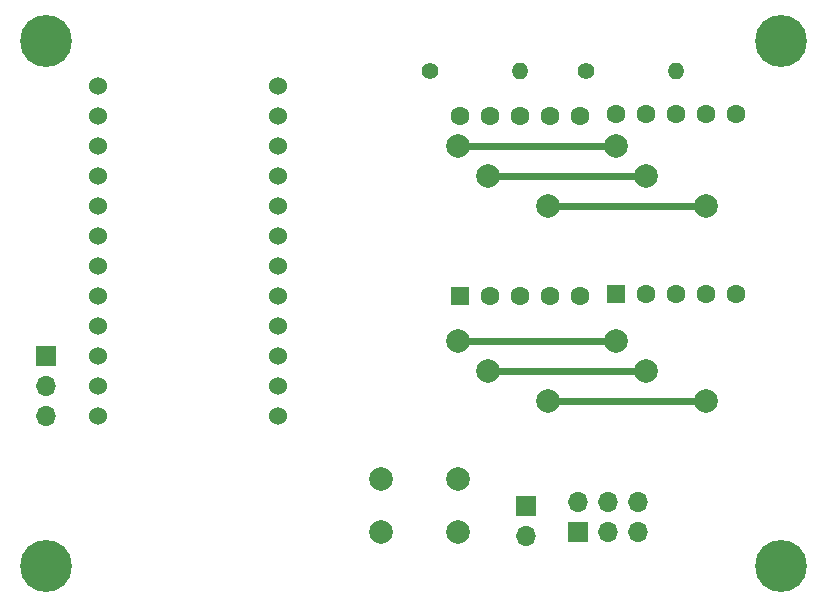
<source format=gbr>
%TF.GenerationSoftware,KiCad,Pcbnew,7.0.7*%
%TF.CreationDate,2023-09-30T13:33:33-05:00*%
%TF.ProjectId,Asus Qcode,41737573-2051-4636-9f64-652e6b696361,rev?*%
%TF.SameCoordinates,Original*%
%TF.FileFunction,Copper,L1,Top*%
%TF.FilePolarity,Positive*%
%FSLAX46Y46*%
G04 Gerber Fmt 4.6, Leading zero omitted, Abs format (unit mm)*
G04 Created by KiCad (PCBNEW 7.0.7) date 2023-09-30 13:33:33*
%MOMM*%
%LPD*%
G01*
G04 APERTURE LIST*
%TA.AperFunction,ComponentPad*%
%ADD10C,1.524000*%
%TD*%
%TA.AperFunction,ComponentPad*%
%ADD11C,4.400000*%
%TD*%
%TA.AperFunction,ComponentPad*%
%ADD12C,2.000000*%
%TD*%
%TA.AperFunction,ComponentPad*%
%ADD13R,1.700000X1.700000*%
%TD*%
%TA.AperFunction,ComponentPad*%
%ADD14O,1.700000X1.700000*%
%TD*%
%TA.AperFunction,ComponentPad*%
%ADD15C,1.400000*%
%TD*%
%TA.AperFunction,ComponentPad*%
%ADD16O,1.400000X1.400000*%
%TD*%
%TA.AperFunction,ComponentPad*%
%ADD17R,1.600000X1.600000*%
%TD*%
%TA.AperFunction,ComponentPad*%
%ADD18C,1.600000*%
%TD*%
%TA.AperFunction,ViaPad*%
%ADD19C,2.000000*%
%TD*%
%TA.AperFunction,Conductor*%
%ADD20C,0.600000*%
%TD*%
G04 APERTURE END LIST*
D10*
%TO.P,uP1,7,TX0_D1*%
%TO.N,unconnected-(uP1-TX0_D1-Pad7)*%
X34925000Y-46990000D03*
%TO.P,uP1,8,RX_D0*%
%TO.N,Net-(J1-SOUTC_P80)*%
X34925000Y-44450000D03*
%TO.P,uP1,9,RESET*%
%TO.N,unconnected-(uP1-RESET-Pad9)*%
X34925000Y-41910000D03*
%TO.P,uP1,10,GND*%
%TO.N,GND*%
X34925000Y-39370000D03*
%TO.P,uP1,11,PD2*%
%TO.N,/dp*%
X34925000Y-36830000D03*
%TO.P,uP1,12,PD3*%
%TO.N,/c*%
X34925000Y-34290000D03*
%TO.P,uP1,13,PD4*%
%TO.N,/d*%
X34925000Y-31750000D03*
%TO.P,uP1,14,PD5*%
%TO.N,/e*%
X34925000Y-29210000D03*
%TO.P,uP1,15,PD6*%
%TO.N,/b*%
X34925000Y-26670000D03*
%TO.P,uP1,16,PD7*%
%TO.N,/a*%
X34925000Y-24130000D03*
%TO.P,uP1,17,PB0*%
%TO.N,/f*%
X34925000Y-21590000D03*
%TO.P,uP1,18,PB1*%
%TO.N,/g*%
X34925000Y-19050000D03*
%TO.P,uP1,19,RAW*%
%TO.N,Net-(J2-Pin_3)*%
X19685000Y-46990000D03*
%TO.P,uP1,20,GND*%
%TO.N,Net-(J2-Pin_2)*%
X19685000Y-44450000D03*
%TO.P,uP1,21,RESET*%
%TO.N,unconnected-(uP1-RESET-Pad21)*%
X19685000Y-41910000D03*
%TO.P,uP1,22,Vcc/5v*%
%TO.N,Net-(J2-Pin_1)*%
X19685000Y-39370000D03*
%TO.P,uP1,23,PC3/A3*%
%TO.N,unconnected-(uP1-PC3{slash}A3-Pad23)*%
X19685000Y-36830000D03*
%TO.P,uP1,24,PC2/A2*%
%TO.N,unconnected-(uP1-PC2{slash}A2-Pad24)*%
X19685000Y-34290000D03*
%TO.P,uP1,25,PC1/A1*%
%TO.N,unconnected-(uP1-PC1{slash}A1-Pad25)*%
X19685000Y-31750000D03*
%TO.P,uP1,26,PC0/A0*%
%TO.N,unconnected-(uP1-PC0{slash}A0-Pad26)*%
X19685000Y-29210000D03*
%TO.P,uP1,27,PB5*%
%TO.N,unconnected-(uP1-PB5-Pad27)*%
X19685000Y-26670000D03*
%TO.P,uP1,28,PB4*%
%TO.N,Net-(uP1-PB4)*%
X19685000Y-24130000D03*
%TO.P,uP1,29,PB3*%
%TO.N,Net-(uP1-PB3)*%
X19685000Y-21590000D03*
%TO.P,uP1,30,PB2*%
%TO.N,Net-(uP1-PB2)*%
X19685000Y-19050000D03*
%TD*%
D11*
%TO.P,REF\u002A\u002A,1*%
%TO.N,N/C*%
X77470000Y-59690000D03*
%TD*%
D12*
%TO.P,SW1,1,1*%
%TO.N,Net-(uP1-PB4)*%
X50165000Y-56860000D03*
X43665000Y-56860000D03*
%TO.P,SW1,2,2*%
%TO.N,GND*%
X50165000Y-52360000D03*
X43665000Y-52360000D03*
%TD*%
D13*
%TO.P,J1,1,SOUTC_P80*%
%TO.N,Net-(J1-SOUTC_P80)*%
X60325000Y-56860000D03*
D14*
%TO.P,J1,2,GND*%
%TO.N,GND*%
X60325000Y-54320000D03*
%TO.P,J1,3*%
%TO.N,N/C*%
X62865000Y-56860000D03*
%TO.P,J1,4,GND*%
%TO.N,GND*%
X62865000Y-54320000D03*
%TO.P,J1,5,+3.3V*%
%TO.N,unconnected-(J1-+3.3V-Pad5)*%
X65405000Y-56860000D03*
%TO.P,J1,6,O_COM_TXD1*%
%TO.N,unconnected-(J1-O_COM_TXD1-Pad6)*%
X65405000Y-54320000D03*
%TD*%
D13*
%TO.P,J2,1,Pin_1*%
%TO.N,Net-(J2-Pin_1)*%
X15240000Y-41910000D03*
D14*
%TO.P,J2,2,Pin_2*%
%TO.N,Net-(J2-Pin_2)*%
X15240000Y-44450000D03*
%TO.P,J2,3,Pin_3*%
%TO.N,Net-(J2-Pin_3)*%
X15240000Y-46990000D03*
%TD*%
D11*
%TO.P,REF\u002A\u002A,1*%
%TO.N,N/C*%
X77470000Y-15240000D03*
%TD*%
D15*
%TO.P,R1,1*%
%TO.N,Net-(uP1-PB3)*%
X47756627Y-17780000D03*
D16*
%TO.P,R1,2*%
%TO.N,/dsp1*%
X55376627Y-17780000D03*
%TD*%
D11*
%TO.P,REF\u002A\u002A,1*%
%TO.N,N/C*%
X15240000Y-59690000D03*
%TD*%
D17*
%TO.P,DSP2,1,e*%
%TO.N,/e*%
X63500000Y-36707500D03*
D18*
%TO.P,DSP2,2,d*%
%TO.N,/d*%
X66040000Y-36707500D03*
%TO.P,DSP2,3,C.A.*%
%TO.N,unconnected-(AFF2-C.A.-Pad3)*%
X68580000Y-36707500D03*
%TO.P,DSP2,4,c*%
%TO.N,/c*%
X71120000Y-36707500D03*
%TO.P,DSP2,5,DP*%
%TO.N,/dp*%
X73660000Y-36707500D03*
%TO.P,DSP2,6,b*%
%TO.N,/b*%
X73660000Y-21467500D03*
%TO.P,DSP2,7,a*%
%TO.N,/a*%
X71120000Y-21467500D03*
%TO.P,DSP2,8,C.A.*%
%TO.N,/dsp2*%
X68580000Y-21467500D03*
%TO.P,DSP2,9,f*%
%TO.N,/f*%
X66040000Y-21467500D03*
%TO.P,DSP2,10,g*%
%TO.N,/g*%
X63500000Y-21467500D03*
%TD*%
D15*
%TO.P,R2,1*%
%TO.N,Net-(uP1-PB2)*%
X60960000Y-17780000D03*
D16*
%TO.P,R2,2*%
%TO.N,/dsp2*%
X68580000Y-17780000D03*
%TD*%
D17*
%TO.P,DSP1,1,e*%
%TO.N,/e*%
X50287500Y-36830000D03*
D18*
%TO.P,DSP1,2,d*%
%TO.N,/d*%
X52827500Y-36830000D03*
%TO.P,DSP1,3,C.A.*%
%TO.N,unconnected-(AFF1-C.A.-Pad3)*%
X55367500Y-36830000D03*
%TO.P,DSP1,4,c*%
%TO.N,/c*%
X57907500Y-36830000D03*
%TO.P,DSP1,5,DP*%
%TO.N,/dp*%
X60447500Y-36830000D03*
%TO.P,DSP1,6,b*%
%TO.N,/b*%
X60447500Y-21590000D03*
%TO.P,DSP1,7,a*%
%TO.N,/a*%
X57907500Y-21590000D03*
%TO.P,DSP1,8,C.A.*%
%TO.N,/dsp1*%
X55367500Y-21590000D03*
%TO.P,DSP1,9,f*%
%TO.N,/f*%
X52827500Y-21590000D03*
%TO.P,DSP1,10,g*%
%TO.N,/g*%
X50287500Y-21590000D03*
%TD*%
D13*
%TO.P,J3,1,Pin_1*%
%TO.N,GND*%
X55880000Y-54610000D03*
D14*
%TO.P,J3,2,Pin_2*%
%TO.N,Net-(J1-SOUTC_P80)*%
X55880000Y-57150000D03*
%TD*%
D11*
%TO.P,REF\u002A\u002A,1*%
%TO.N,N/C*%
X15240000Y-15240000D03*
%TD*%
D19*
%TO.N,/e*%
X50165000Y-40640000D03*
X63500000Y-40640000D03*
%TO.N,/d*%
X52705000Y-43180000D03*
X66040000Y-43180000D03*
%TO.N,/c*%
X71120000Y-45720000D03*
X57785000Y-45720000D03*
%TO.N,/a*%
X57785000Y-29210000D03*
X71120000Y-29210000D03*
%TO.N,/f*%
X52705000Y-26670000D03*
X66040000Y-26670000D03*
%TO.N,/g*%
X50165000Y-24130000D03*
X63500000Y-24130000D03*
%TD*%
D20*
%TO.N,/e*%
X50165000Y-40640000D02*
X63500000Y-40640000D01*
%TO.N,/d*%
X52705000Y-43180000D02*
X66040000Y-43180000D01*
%TO.N,/c*%
X57785000Y-45720000D02*
X71120000Y-45720000D01*
%TO.N,/a*%
X57785000Y-29210000D02*
X71120000Y-29210000D01*
%TO.N,/f*%
X52705000Y-26670000D02*
X66040000Y-26670000D01*
%TO.N,/g*%
X50165000Y-24130000D02*
X63500000Y-24130000D01*
%TD*%
M02*

</source>
